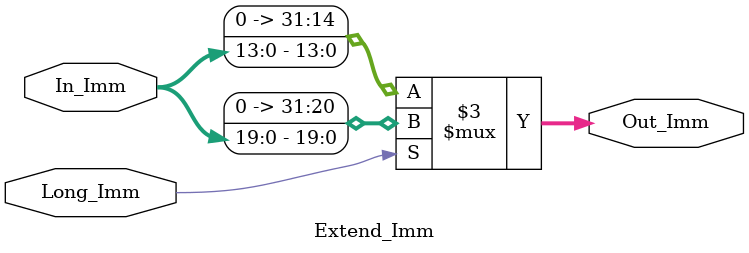
<source format=v>
module Extend_Imm (input [19:0] In_Imm, input Long_Imm, output reg [31:0] Out_Imm);

always @ (In_Imm or Long_Imm)
begin
	if (Long_Imm)
	begin
		Out_Imm <= {{12{1'b0}},In_Imm};
	end else
	begin
		Out_Imm <= {{18{1'b0}},In_Imm[13:0]};
	end
end

endmodule
</source>
